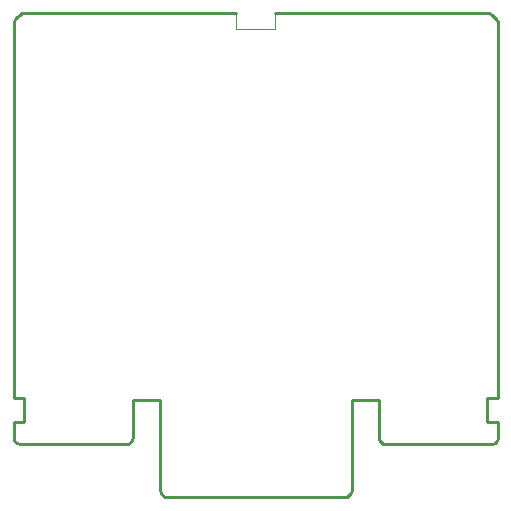
<source format=gm1>
G04 #@! TF.GenerationSoftware,KiCad,Pcbnew,7.0.7*
G04 #@! TF.CreationDate,2024-03-29T16:46:10+10:30*
G04 #@! TF.ProjectId,hawk,6861776b-2e6b-4696-9361-645f70636258,1*
G04 #@! TF.SameCoordinates,Original*
G04 #@! TF.FileFunction,Profile,NP*
%FSLAX46Y46*%
G04 Gerber Fmt 4.6, Leading zero omitted, Abs format (unit mm)*
G04 Created by KiCad (PCBNEW 7.0.7) date 2024-03-29 16:46:10*
%MOMM*%
%LPD*%
G01*
G04 APERTURE LIST*
G04 #@! TA.AperFunction,Profile*
%ADD10C,0.254000*%
G04 #@! TD*
G04 #@! TA.AperFunction,Profile*
%ADD11C,0.100000*%
G04 #@! TD*
G04 APERTURE END LIST*
D10*
X146976300Y-81876500D02*
X129145500Y-81876500D01*
X159431300Y-118328900D02*
X159670500Y-118376500D01*
X128212500Y-118126500D02*
X128395500Y-118309500D01*
X138197900Y-117990700D02*
X138245500Y-117751500D01*
D11*
X150276300Y-81876500D02*
X150276300Y-83249000D01*
D10*
X169145500Y-114476500D02*
X168245500Y-114476500D01*
X168645500Y-118376500D02*
X168895500Y-118309500D01*
X128438400Y-82169400D02*
X128279500Y-82376500D01*
X169078500Y-118126500D02*
X169145500Y-117876500D01*
X169111400Y-82617700D02*
X169011500Y-82376500D01*
X168645500Y-118376500D02*
X159670500Y-118376500D01*
X128279500Y-82376500D02*
X128179600Y-82617700D01*
X137859700Y-118328900D02*
X138062400Y-118193400D01*
X128179600Y-82617700D02*
X128145500Y-82876500D01*
X159228600Y-118193400D02*
X159431300Y-118328900D01*
X128395500Y-118309500D02*
X128645500Y-118376500D01*
X138062400Y-118193400D02*
X138197900Y-117990700D01*
X140535500Y-114626500D02*
X138258000Y-114626500D01*
X140718600Y-122693400D02*
X140921300Y-122828900D01*
X168645500Y-82010500D02*
X168404300Y-81910600D01*
X140921300Y-122828900D02*
X141160500Y-122876500D01*
X168245500Y-114476500D02*
X168245500Y-116476500D01*
X156572400Y-122693400D02*
X156707900Y-122490700D01*
X156130500Y-122876500D02*
X141160500Y-122876500D01*
X168895500Y-118309500D02*
X169078500Y-118126500D01*
X156707900Y-122490700D02*
X156755500Y-122251500D01*
X137620500Y-118376500D02*
X137859700Y-118328900D01*
X137620500Y-118376500D02*
X128645500Y-118376500D01*
X140583100Y-122490700D02*
X140718600Y-122693400D01*
X159045500Y-114626500D02*
X159045500Y-117751500D01*
X128645500Y-82010500D02*
X128438400Y-82169400D01*
X129145500Y-81876500D02*
X128886700Y-81910600D01*
X129045500Y-116476500D02*
X128145500Y-116476500D01*
X169145500Y-116476500D02*
X168245500Y-116476500D01*
X168145500Y-81876500D02*
X150276300Y-81876500D01*
X156130500Y-122876500D02*
X156369700Y-122828900D01*
X140535500Y-122251500D02*
X140583100Y-122490700D01*
X129045500Y-114476500D02*
X129045500Y-116476500D01*
X168404300Y-81910600D02*
X168145500Y-81876500D01*
X168852600Y-82169400D02*
X168645500Y-82010500D01*
X128886700Y-81910600D02*
X128645500Y-82010500D01*
X128145500Y-82876500D02*
X128145500Y-114476500D01*
D11*
X150276300Y-83249000D02*
X146976300Y-83249000D01*
D10*
X128145500Y-117876500D02*
X128212500Y-118126500D01*
D11*
X146976300Y-83249000D02*
X146976300Y-81876500D01*
D10*
X156369700Y-122828900D02*
X156572400Y-122693400D01*
X138258000Y-114626500D02*
X138245500Y-117751500D01*
X159045500Y-114626500D02*
X156755500Y-114626500D01*
X129045500Y-114476500D02*
X128145500Y-114476500D01*
X128145500Y-116476500D02*
X128145500Y-117876500D01*
X156755500Y-114626500D02*
X156755500Y-122251500D01*
X140535500Y-114626500D02*
X140535500Y-122251500D01*
X169145500Y-82876500D02*
X169111400Y-82617700D01*
X159093100Y-117990700D02*
X159228600Y-118193400D01*
X169145500Y-82876500D02*
X169145500Y-114476500D01*
X169145500Y-116476500D02*
X169145500Y-117876500D01*
X169011500Y-82376500D02*
X168852600Y-82169400D01*
X159045500Y-117751500D02*
X159093100Y-117990700D01*
M02*

</source>
